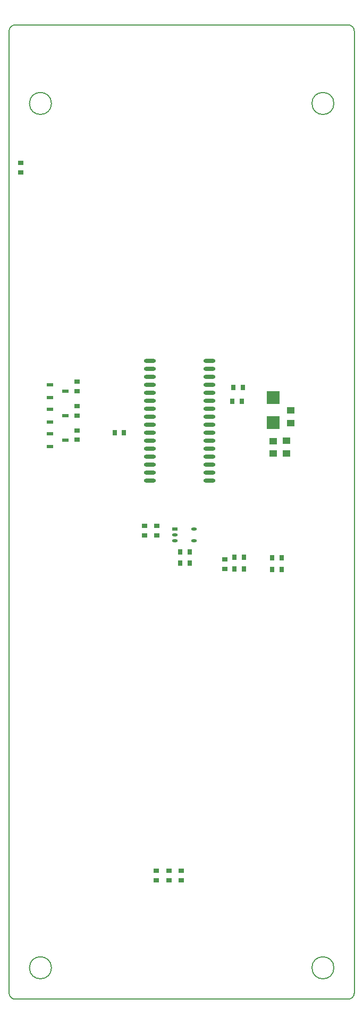
<source format=gtp>
%FSLAX25Y25*%
%MOIN*%
G70*
G01*
G75*
G04 Layer_Color=8421504*
%ADD10R,0.07874X0.07874*%
%ADD11R,0.02756X0.03347*%
%ADD12R,0.03347X0.02756*%
%ADD13R,0.03937X0.02362*%
%ADD14O,0.07480X0.02362*%
%ADD15O,0.03543X0.01969*%
%ADD16O,0.03543X0.01969*%
%ADD17R,0.03543X0.01969*%
%ADD18R,0.05118X0.03937*%
%ADD19C,0.04000*%
%ADD20C,0.01200*%
%ADD21C,0.01000*%
%ADD22C,0.01500*%
%ADD23C,0.03000*%
%ADD24C,0.02000*%
%ADD25C,0.05000*%
%ADD26C,0.00800*%
%ADD27C,0.00500*%
%ADD28C,0.07874*%
%ADD29C,0.03937*%
%ADD30C,0.05906*%
%ADD31C,0.06000*%
%ADD32C,0.04724*%
%ADD33R,0.05906X0.05906*%
%ADD34C,0.03000*%
%ADD35C,0.02000*%
%ADD36C,0.04000*%
%ADD37O,0.06693X0.02165*%
%ADD38O,0.02165X0.06693*%
%ADD39R,0.03000X0.06000*%
%ADD40R,0.03937X0.05118*%
%ADD41C,0.00984*%
%ADD42C,0.02362*%
%ADD43C,0.00787*%
%ADD44C,0.00500*%
D10*
X165600Y-233400D02*
D03*
Y-249148D02*
D03*
D11*
X146006Y-235600D02*
D03*
X140100D02*
D03*
X141400Y-340835D02*
D03*
X147306D02*
D03*
X147300Y-333300D02*
D03*
X141394D02*
D03*
X165100Y-341000D02*
D03*
X171006D02*
D03*
X171000Y-333800D02*
D03*
X165094D02*
D03*
X146506Y-227100D02*
D03*
X140600D02*
D03*
X66194Y-255500D02*
D03*
X72100D02*
D03*
X113206Y-330200D02*
D03*
X107300D02*
D03*
X107294Y-337000D02*
D03*
X113200D02*
D03*
D12*
X42800Y-238750D02*
D03*
Y-244656D02*
D03*
X7200Y-92400D02*
D03*
Y-86494D02*
D03*
X42800Y-254000D02*
D03*
Y-259906D02*
D03*
X135400Y-334894D02*
D03*
Y-340800D02*
D03*
X92400Y-535806D02*
D03*
Y-529900D02*
D03*
X100400Y-535806D02*
D03*
Y-529900D02*
D03*
X108100Y-535806D02*
D03*
Y-529900D02*
D03*
X92500Y-313794D02*
D03*
Y-319700D02*
D03*
X84900Y-319706D02*
D03*
Y-313800D02*
D03*
X42800Y-223500D02*
D03*
Y-229406D02*
D03*
D13*
X25532Y-233265D02*
D03*
X35374Y-229328D02*
D03*
X25532Y-225391D02*
D03*
Y-248620D02*
D03*
X35374Y-244683D02*
D03*
X25532Y-240746D02*
D03*
Y-263974D02*
D03*
X35374Y-260037D02*
D03*
X25532Y-256100D02*
D03*
D14*
X88201Y-210500D02*
D03*
Y-215500D02*
D03*
Y-220500D02*
D03*
Y-225500D02*
D03*
Y-230500D02*
D03*
Y-235500D02*
D03*
Y-240500D02*
D03*
Y-245500D02*
D03*
Y-250500D02*
D03*
Y-255500D02*
D03*
Y-260500D02*
D03*
Y-265500D02*
D03*
Y-270500D02*
D03*
Y-275500D02*
D03*
Y-280500D02*
D03*
Y-285500D02*
D03*
X125799Y-210500D02*
D03*
Y-215500D02*
D03*
Y-220500D02*
D03*
Y-225500D02*
D03*
Y-230500D02*
D03*
Y-235500D02*
D03*
Y-240500D02*
D03*
Y-245500D02*
D03*
Y-250500D02*
D03*
Y-255500D02*
D03*
Y-260500D02*
D03*
Y-265500D02*
D03*
Y-270500D02*
D03*
Y-275500D02*
D03*
Y-280500D02*
D03*
Y-285500D02*
D03*
D15*
X104100Y-323180D02*
D03*
Y-319440D02*
D03*
X115911Y-323180D02*
D03*
D16*
Y-315700D02*
D03*
D17*
X104100D02*
D03*
D18*
X176800Y-241426D02*
D03*
Y-249300D02*
D03*
X165500Y-268474D02*
D03*
Y-260600D02*
D03*
X174100Y-268374D02*
D03*
Y-260500D02*
D03*
D27*
X212598Y-610236D02*
G03*
X216535Y-606299I0J3937D01*
G01*
X0D02*
G03*
X3937Y-610236I3937J0D01*
G01*
X216535Y-3937D02*
G03*
X212598Y0I-3937J0D01*
G01*
X3937D02*
G03*
X0Y-3937I0J-3937D01*
G01*
X203740Y-590551D02*
G03*
X203740Y-590551I-6890J0D01*
G01*
X26575D02*
G03*
X26575Y-590551I-6890J0D01*
G01*
X203740Y-49213D02*
G03*
X203740Y-49213I-6890J0D01*
G01*
X26575D02*
G03*
X26575Y-49213I-6890J0D01*
G01*
X3937Y0D02*
X212500D01*
X0Y-606299D02*
Y-3937D01*
X216535Y-606265D02*
Y-4035D01*
X3937Y-610236D02*
X212564D01*
M02*

</source>
